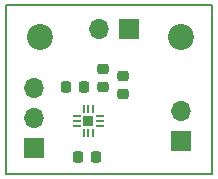
<source format=gts>
%TF.GenerationSoftware,KiCad,Pcbnew,7.0.2*%
%TF.CreationDate,2025-03-07T16:02:18-05:00*%
%TF.ProjectId,2PAM8904,3250414d-3839-4303-942e-6b696361645f,rev?*%
%TF.SameCoordinates,Original*%
%TF.FileFunction,Soldermask,Top*%
%TF.FilePolarity,Negative*%
%FSLAX46Y46*%
G04 Gerber Fmt 4.6, Leading zero omitted, Abs format (unit mm)*
G04 Created by KiCad (PCBNEW 7.0.2) date 2025-03-07 16:02:18*
%MOMM*%
%LPD*%
G01*
G04 APERTURE LIST*
G04 Aperture macros list*
%AMRoundRect*
0 Rectangle with rounded corners*
0 $1 Rounding radius*
0 $2 $3 $4 $5 $6 $7 $8 $9 X,Y pos of 4 corners*
0 Add a 4 corners polygon primitive as box body*
4,1,4,$2,$3,$4,$5,$6,$7,$8,$9,$2,$3,0*
0 Add four circle primitives for the rounded corners*
1,1,$1+$1,$2,$3*
1,1,$1+$1,$4,$5*
1,1,$1+$1,$6,$7*
1,1,$1+$1,$8,$9*
0 Add four rect primitives between the rounded corners*
20,1,$1+$1,$2,$3,$4,$5,0*
20,1,$1+$1,$4,$5,$6,$7,0*
20,1,$1+$1,$6,$7,$8,$9,0*
20,1,$1+$1,$8,$9,$2,$3,0*%
G04 Aperture macros list end*
%ADD10C,0.150000*%
%ADD11C,2.200000*%
%ADD12RoundRect,0.225000X-0.225000X-0.250000X0.225000X-0.250000X0.225000X0.250000X-0.225000X0.250000X0*%
%ADD13R,1.700000X1.700000*%
%ADD14O,1.700000X1.700000*%
%ADD15RoundRect,0.225000X0.250000X-0.225000X0.250000X0.225000X-0.250000X0.225000X-0.250000X-0.225000X0*%
%ADD16R,0.660400X0.203200*%
%ADD17R,0.203200X0.660400*%
%ADD18R,0.939800X0.939800*%
%ADD19RoundRect,0.225000X-0.250000X0.225000X-0.250000X-0.225000X0.250000X-0.225000X0.250000X0.225000X0*%
G04 APERTURE END LIST*
D10*
X125069600Y-94945200D02*
X125069600Y-94996000D01*
X125069600Y-80670400D02*
X125069600Y-94996000D01*
X107594400Y-94996000D02*
X107594400Y-80670400D01*
X107594400Y-94996000D02*
X107594400Y-80670400D01*
X125069600Y-94996000D02*
X107594400Y-94996000D01*
X107594400Y-80670400D02*
X125069600Y-80670400D01*
X125069600Y-80670400D02*
X125069600Y-94945200D01*
D11*
%TO.C,REF\u002A\u002A*%
X122377200Y-83439000D03*
%TD*%
D12*
%TO.C,C_IN*%
X112636000Y-87630000D03*
X114186000Y-87630000D03*
%TD*%
D13*
%TO.C,OUT*%
X122428000Y-92202000D03*
D14*
X122428000Y-89662000D03*
%TD*%
D11*
%TO.C,REF\u002A\u002A*%
X110490000Y-83439000D03*
%TD*%
D12*
%TO.C,C1*%
X113652000Y-93599000D03*
X115202000Y-93599000D03*
%TD*%
D13*
%TO.C,EN1*%
X109957000Y-92837000D03*
D14*
X109957000Y-90297000D03*
X109957000Y-87757000D03*
%TD*%
D15*
%TO.C,C_OUT*%
X117475000Y-88265000D03*
X117475000Y-86715000D03*
%TD*%
D16*
%TO.C,PAM8904EGPR1*%
X113563400Y-90132002D03*
X113563400Y-90532001D03*
X113563400Y-90932000D03*
D17*
X114166701Y-91535301D03*
X114566700Y-91535301D03*
X114966699Y-91535301D03*
D16*
X115570000Y-90932000D03*
X115570000Y-90532001D03*
X115570000Y-90132002D03*
D17*
X114966699Y-89528701D03*
X114566700Y-89528701D03*
X114166701Y-89528701D03*
D18*
X114566700Y-90532001D03*
%TD*%
D13*
%TO.C,IN*%
X117963000Y-82702000D03*
D14*
X115423000Y-82702000D03*
%TD*%
D19*
%TO.C,C2*%
X115824000Y-86093000D03*
X115824000Y-87643000D03*
%TD*%
M02*

</source>
